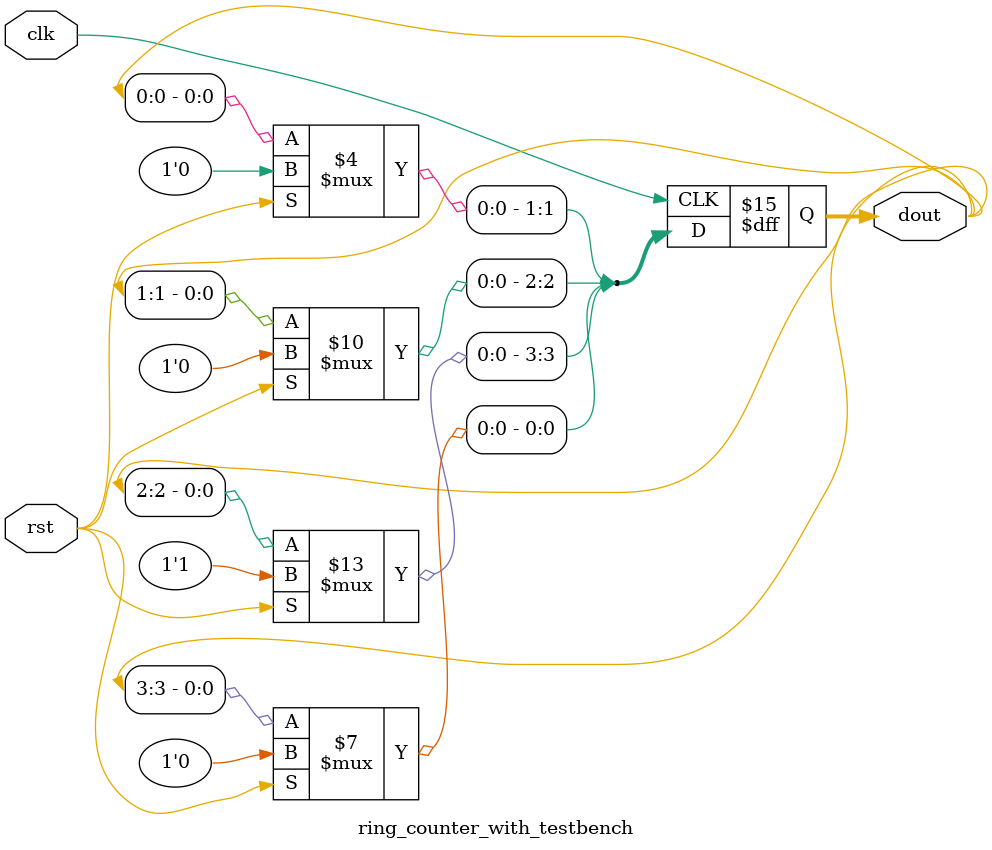
<source format=v>
`timescale 1ns / 1ps


module ring_counter_with_testbench(
    input clk,rst,
    output reg [3:0] dout
    );
    
    always@(posedge clk)
    begin
    if(rst==1'b1) 
    begin
    dout<=4'b1000;
    end
    else
    begin
        dout[3]<=dout[2];
        dout[2]<=dout[1];
        dout[1]<=dout[0];
        dout[0]<=dout[3];
    end
    end
endmodule

</source>
